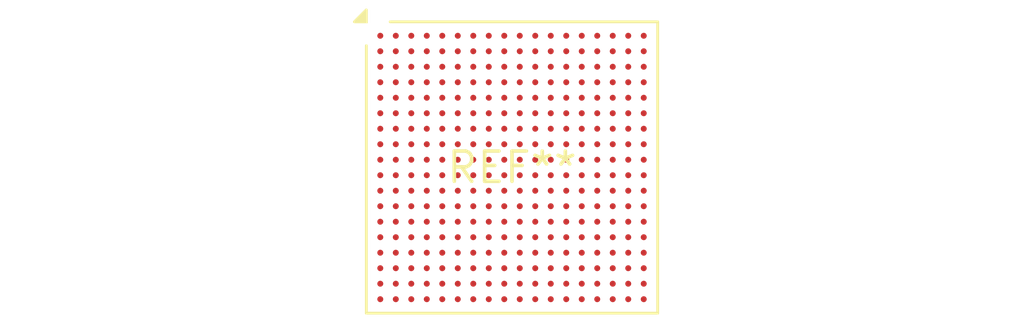
<source format=kicad_pcb>
(kicad_pcb (version 20240108) (generator pcbnew)
  (layers (0 "F.Cu" signal) (31 "B.Cu" signal) (34 "B.Paste" user) (35 "F.Paste" user) (36 "B.SilkS" user "B.Silkscreen") (37 "F.SilkS" user "F.Silkscreen") (38 "B.Mask" user) (39 "F.Mask" user) (44 "Edge.Cuts" user))
  (net 0 "")
  (footprint "TFBGA-324_12x12mm_Layout18x18_P0.8mm" (layer "F.Cu") (at 0 0)
    (property "Reference" "REF**")
    (property "Value" "TFBGA-324_12x12mm_Layout18x18_P0.8mm")
    (fp_line (start -6.11 6.11) (end -6.11 -5.11) (layer "F.SilkS") (stroke (width 0.12)))
    (fp_line (start -5.11 -6.11) (end 6.11 -6.11) (layer "F.SilkS") (stroke (width 0.12)))
    (fp_line (start 6.11 -6.11) (end 6.11 6.11) (layer "F.SilkS") (stroke (width 0.12)))
    (fp_line (start 6.11 6.11) (end -6.11 6.11) (layer "F.SilkS") (stroke (width 0.12)))
    (fp_poly (pts (xy -6.11 -6.11) (xy -6.61 -6.11) (xy -6.11 -6.61) (xy -6.11 -6.11)) (layer "F.SilkS") (stroke (width 0.12)) (fill solid))
    (pad "A1" smd circle (at -5.525 -5.525) (size 0.25 0.25) (property pad_prop_bga) (layers "F.Cu" "F.Paste" "F.Mask"))
    (pad "A2" smd circle (at -4.875 -5.525) (size 0.25 0.25) (property pad_prop_bga) (layers "F.Cu" "F.Paste" "F.Mask"))
    (pad "A3" smd circle (at -4.225 -5.525) (size 0.25 0.25) (property pad_prop_bga) (layers "F.Cu" "F.Paste" "F.Mask"))
    (pad "A4" smd circle (at -3.575 -5.525) (size 0.25 0.25) (property pad_prop_bga) (layers "F.Cu" "F.Paste" "F.Mask"))
    (pad "A5" smd circle (at -2.925 -5.525) (size 0.25 0.25) (property pad_prop_bga) (layers "F.Cu" "F.Paste" "F.Mask"))
    (pad "A6" smd circle (at -2.275 -5.525) (size 0.25 0.25) (property pad_prop_bga) (layers "F.Cu" "F.Paste" "F.Mask"))
    (pad "A7" smd circle (at -1.625 -5.525) (size 0.25 0.25) (property pad_prop_bga) (layers "F.Cu" "F.Paste" "F.Mask"))
    (pad "A8" smd circle (at -0.975 -5.525) (size 0.25 0.25) (property pad_prop_bga) (layers "F.Cu" "F.Paste" "F.Mask"))
    (pad "A9" smd circle (at -0.325 -5.525) (size 0.25 0.25) (property pad_prop_bga) (layers "F.Cu" "F.Paste" "F.Mask"))
    (pad "A10" smd circle (at 0.325 -5.525) (size 0.25 0.25) (property pad_prop_bga) (layers "F.Cu" "F.Paste" "F.Mask"))
    (pad "A11" smd circle (at 0.975 -5.525) (size 0.25 0.25) (property pad_prop_bga) (layers "F.Cu" "F.Paste" "F.Mask"))
    (pad "A12" smd circle (at 1.625 -5.525) (size 0.25 0.25) (property pad_prop_bga) (layers "F.Cu" "F.Paste" "F.Mask"))
    (pad "A13" smd circle (at 2.275 -5.525) (size 0.25 0.25) (property pad_prop_bga) (layers "F.Cu" "F.Paste" "F.Mask"))
    (pad "A14" smd circle (at 2.925 -5.525) (size 0.25 0.25) (property pad_prop_bga) (layers "F.Cu" "F.Paste" "F.Mask"))
    (pad "A15" smd circle (at 3.575 -5.525) (size 0.25 0.25) (property pad_prop_bga) (layers "F.Cu" "F.Paste" "F.Mask"))
    (pad "A16" smd circle (at 4.225 -5.525) (size 0.25 0.25) (property pad_prop_bga) (layers "F.Cu" "F.Paste" "F.Mask"))
    (pad "A17" smd circle (at 4.875 -5.525) (size 0.25 0.25) (property pad_prop_bga) (layers "F.Cu" "F.Paste" "F.Mask"))
    (pad "A18" smd circle (at 5.525 -5.525) (size 0.25 0.25) (property pad_prop_bga) (layers "F.Cu" "F.Paste" "F.Mask"))
    (pad "B1" smd circle (at -5.525 -4.875) (size 0.25 0.25) (property pad_prop_bga) (layers "F.Cu" "F.Paste" "F.Mask"))
    (pad "B2" smd circle (at -4.875 -4.875) (size 0.25 0.25) (property pad_prop_bga) (layers "F.Cu" "F.Paste" "F.Mask"))
    (pad "B3" smd circle (at -4.225 -4.875) (size 0.25 0.25) (property pad_prop_bga) (layers "F.Cu" "F.Paste" "F.Mask"))
    (pad "B4" smd circle (at -3.575 -4.875) (size 0.25 0.25) (property pad_prop_bga) (layers "F.Cu" "F.Paste" "F.Mask"))
    (pad "B5" smd circle (at -2.925 -4.875) (size 0.25 0.25) (property pad_prop_bga) (layers "F.Cu" "F.Paste" "F.Mask"))
    (pad "B6" smd circle (at -2.275 -4.875) (size 0.25 0.25) (property pad_prop_bga) (layers "F.Cu" "F.Paste" "F.Mask"))
    (pad "B7" smd circle (at -1.625 -4.875) (size 0.25 0.25) (property pad_prop_bga) (layers "F.Cu" "F.Paste" "F.Mask"))
    (pad "B8" smd circle (at -0.975 -4.875) (size 0.25 0.25) (property pad_prop_bga) (layers "F.Cu" "F.Paste" "F.Mask"))
    (pad "B9" smd circle (at -0.325 -4.875) (size 0.25 0.25) (property pad_prop_bga) (layers "F.Cu" "F.Paste" "F.Mask"))
    (pad "B10" smd circle (at 0.325 -4.875) (size 0.25 0.25) (property pad_prop_bga) (layers "F.Cu" "F.Paste" "F.Mask"))
    (pad "B11" smd circle (at 0.975 -4.875) (size 0.25 0.25) (property pad_prop_bga) (layers "F.Cu" "F.Paste" "F.Mask"))
    (pad "B12" smd circle (at 1.625 -4.875) (size 0.25 0.25) (property pad_prop_bga) (layers "F.Cu" "F.Paste" "F.Mask"))
    (pad "B13" smd circle (at 2.275 -4.875) (size 0.25 0.25) (property pad_prop_bga) (layers "F.Cu" "F.Paste" "F.Mask"))
    (pad "B14" smd circle (at 2.925 -4.875) (size 0.25 0.25) (property pad_prop_bga) (layers "F.Cu" "F.Paste" "F.Mask"))
    (pad "B15" smd circle (at 3.575 -4.875) (size 0.25 0.25) (property pad_prop_bga) (layers "F.Cu" "F.Paste" "F.Mask"))
    (pad "B16" smd circle (at 4.225 -4.875) (size 0.25 0.25) (property pad_prop_bga) (layers "F.Cu" "F.Paste" "F.Mask"))
    (pad "B17" smd circle (at 4.875 -4.875) (size 0.25 0.25) (property pad_prop_bga) (layers "F.Cu" "F.Paste" "F.Mask"))
    (pad "B18" smd circle (at 5.525 -4.875) (size 0.25 0.25) (property pad_prop_bga) (layers "F.Cu" "F.Paste" "F.Mask"))
    (pad "C1" smd circle (at -5.525 -4.225) (size 0.25 0.25) (property pad_prop_bga) (layers "F.Cu" "F.Paste" "F.Mask"))
    (pad "C2" smd circle (at -4.875 -4.225) (size 0.25 0.25) (property pad_prop_bga) (layers "F.Cu" "F.Paste" "F.Mask"))
    (pad "C3" smd circle (at -4.225 -4.225) (size 0.25 0.25) (property pad_prop_bga) (layers "F.Cu" "F.Paste" "F.Mask"))
    (pad "C4" smd circle (at -3.575 -4.225) (size 0.25 0.25) (property pad_prop_bga) (layers "F.Cu" "F.Paste" "F.Mask"))
    (pad "C5" smd circle (at -2.925 -4.225) (size 0.25 0.25) (property pad_prop_bga) (layers "F.Cu" "F.Paste" "F.Mask"))
    (pad "C6" smd circle (at -2.275 -4.225) (size 0.25 0.25) (property pad_prop_bga) (layers "F.Cu" "F.Paste" "F.Mask"))
    (pad "C7" smd circle (at -1.625 -4.225) (size 0.25 0.25) (property pad_prop_bga) (layers "F.Cu" "F.Paste" "F.Mask"))
    (pad "C8" smd circle (at -0.975 -4.225) (size 0.25 0.25) (property pad_prop_bga) (layers "F.Cu" "F.Paste" "F.Mask"))
    (pad "C9" smd circle (at -0.325 -4.225) (size 0.25 0.25) (property pad_prop_bga) (layers "F.Cu" "F.Paste" "F.Mask"))
    (pad "C10" smd circle (at 0.325 -4.225) (size 0.25 0.25) (property pad_prop_bga) (layers "F.Cu" "F.Paste" "F.Mask"))
    (pad "C11" smd circle (at 0.975 -4.225) (size 0.25 0.25) (property pad_prop_bga) (layers "F.Cu" "F.Paste" "F.Mask"))
    (pad "C12" smd circle (at 1.625 -4.225) (size 0.25 0.25) (property pad_prop_bga) (layers "F.Cu" "F.Paste" "F.Mask"))
    (pad "C13" smd circle (at 2.275 -4.225) (size 0.25 0.25) (property pad_prop_bga) (layers "F.Cu" "F.Paste" "F.Mask"))
    (pad "C14" smd circle (at 2.925 -4.225) (size 0.25 0.25) (property pad_prop_bga) (layers "F.Cu" "F.Paste" "F.Mask"))
    (pad "C15" smd circle (at 3.575 -4.225) (size 0.25 0.25) (property pad_prop_bga) (layers "F.Cu" "F.Paste" "F.Mask"))
    (pad "C16" smd circle (at 4.225 -4.225) (size 0.25 0.25) (property pad_prop_bga) (layers "F.Cu" "F.Paste" "F.Mask"))
    (pad "C17" smd circle (at 4.875 -4.225) (size 0.25 0.25) (property pad_prop_bga) (layers "F.Cu" "F.Paste" "F.Mask"))
    (pad "C18" smd circle (at 5.525 -4.225) (size 0.25 0.25) (property pad_prop_bga) (layers "F.Cu" "F.Paste" "F.Mask"))
    (pad "D1" smd circle (at -5.525 -3.575) (size 0.25 0.25) (property pad_prop_bga) (layers "F.Cu" "F.Paste" "F.Mask"))
    (pad "D2" smd circle (at -4.875 -3.575) (size 0.25 0.25) (property pad_prop_bga) (layers "F.Cu" "F.Paste" "F.Mask"))
    (pad "D3" smd circle (at -4.225 -3.575) (size 0.25 0.25) (property pad_prop_bga) (layers "F.Cu" "F.Paste" "F.Mask"))
    (pad "D4" smd circle (at -3.575 -3.575) (size 0.25 0.25) (property pad_prop_bga) (layers "F.Cu" "F.Paste" "F.Mask"))
    (pad "D5" smd circle (at -2.925 -3.575) (size 0.25 0.25) (property pad_prop_bga) (layers "F.Cu" "F.Paste" "F.Mask"))
    (pad "D6" smd circle (at -2.275 -3.575) (size 0.25 0.25) (property pad_prop_bga) (layers "F.Cu" "F.Paste" "F.Mask"))
    (pad "D7" smd circle (at -1.625 -3.575) (size 0.25 0.25) (property pad_prop_bga) (layers "F.Cu" "F.Paste" "F.Mask"))
    (pad "D8" smd circle (at -0.975 -3.575) (size 0.25 0.25) (property pad_prop_bga) (layers "F.Cu" "F.Paste" "F.Mask"))
    (pad "D9" smd circle (at -0.325 -3.575) (size 0.25 0.25) (property pad_prop_bga) (layers "F.Cu" "F.Paste" "F.Mask"))
    (pad "D10" smd circle (at 0.325 -3.575) (size 0.25 0.25) (property pad_prop_bga) (layers "F.Cu" "F.Paste" "F.Mask"))
    (pad "D11" smd circle (at 0.975 -3.575) (size 0.25 0.25) (property pad_prop_bga) (layers "F.Cu" "F.Paste" "F.Mask"))
    (pad "D12" smd circle (at 1.625 -3.575) (size 0.25 0.25) (property pad_prop_bga) (layers "F.Cu" "F.Paste" "F.Mask"))
    (pad "D13" smd circle (at 2.275 -3.575) (size 0.25 0.25) (property pad_prop_bga) (layers "F.Cu" "F.Paste" "F.Mask"))
    (pad "D14" smd circle (at 2.925 -3.575) (size 0.25 0.25) (property pad_prop_bga) (layers "F.Cu" "F.Paste" "F.Mask"))
    (pad "D15" smd circle (at 3.575 -3.575) (size 0.25 0.25) (property pad_prop_bga) (layers "F.Cu" "F.Paste" "F.Mask"))
    (pad "D16" smd circle (at 4.225 -3.575) (size 0.25 0.25) (property pad_prop_bga) (layers "F.Cu" "F.Paste" "F.Mask"))
    (pad "D17" smd circle (at 4.875 -3.575) (size 0.25 0.25) (property pad_prop_bga) (layers "F.Cu" "F.Paste" "F.Mask"))
    (pad "D18" smd circle (at 5.525 -3.575) (size 0.25 0.25) (property pad_prop_bga) (layers "F.Cu" "F.Paste" "F.Mask"))
    (pad "E1" smd circle (at -5.525 -2.925) (size 0.25 0.25) (property pad_prop_bga) (layers "F.Cu" "F.Paste" "F.Mask"))
    (pad "E2" smd circle (at -4.875 -2.925) (size 0.25 0.25) (property pad_prop_bga) (layers "F.Cu" "F.Paste" "F.Mask"))
    (pad "E3" smd circle (at -4.225 -2.925) (size 0.25 0.25) (property pad_prop_bga) (layers "F.Cu" "F.Paste" "F.Mask"))
    (pad "E4" smd circle (at -3.575 -2.925) (size 0.25 0.25) (property pad_prop_bga) (layers "F.Cu" "F.Paste" "F.Mask"))
    (pad "E5" smd circle (at -2.925 -2.925) (size 0.25 0.25) (property pad_prop_bga) (layers "F.Cu" "F.Paste" "F.Mask"))
    (pad "E6" smd circle (at -2.275 -2.925) (size 0.25 0.25) (property pad_prop_bga) (layers "F.Cu" "F.Paste" "F.Mask"))
    (pad "E7" smd circle (at -1.625 -2.925) (size 0.25 0.25) (property pad_prop_bga) (layers "F.Cu" "F.Paste" "F.Mask"))
    (pad "E8" smd circle (at -0.975 -2.925) (size 0.25 0.25) (property pad_prop_bga) (layers "F.Cu" "F.Paste" "F.Mask"))
    (pad "E9" smd circle (at -0.325 -2.925) (size 0.25 0.25) (property pad_prop_bga) (layers "F.Cu" "F.Paste" "F.Mask"))
    (pad "E10" smd circle (at 0.325 -2.925) (size 0.25 0.25) (property pad_prop_bga) (layers "F.Cu" "F.Paste" "F.Mask"))
    (pad "E11" smd circle (at 0.975 -2.925) (size 0.25 0.25) (property pad_prop_bga) (layers "F.Cu" "F.Paste" "F.Mask"))
    (pad "E12" smd circle (at 1.625 -2.925) (size 0.25 0.25) (property pad_prop_bga) (layers "F.Cu" "F.Paste" "F.Mask"))
    (pad "E13" smd circle (at 2.275 -2.925) (size 0.25 0.25) (property pad_prop_bga) (layers "F.Cu" "F.Paste" "F.Mask"))
    (pad "E14" smd circle (at 2.925 -2.925) (size 0.25 0.25) (property pad_prop_bga) (layers "F.Cu" "F.Paste" "F.Mask"))
    (pad "E15" smd circle (at 3.575 -2.925) (size 0.25 0.25) (property pad_prop_bga) (layers "F.Cu" "F.Paste" "F.Mask"))
    (pad "E16" smd circle (at 4.225 -2.925) (size 0.25 0.25) (property pad_prop_bga) (layers "F.Cu" "F.Paste" "F.Mask"))
    (pad "E17" smd circle (at 4.875 -2.925) (size 0.25 0.25) (property pad_prop_bga) (layers "F.Cu" "F.Paste" "F.Mask"))
    (pad "E18" smd circle (at 5.525 -2.925) (size 0.25 0.25) (property pad_prop_bga) (layers "F.Cu" "F.Paste" "F.Mask"))
    (pad "F1" smd circle (at -5.525 -2.275) (size 0.25 0.25) (property pad_prop_bga) (layers "F.Cu" "F.Paste" "F.Mask"))
    (pad "F2" smd circle (at -4.875 -2.275) (size 0.25 0.25) (property pad_prop_bga) (layers "F.Cu" "F.Paste" "F.Mask"))
    (pad "F3" smd circle (at -4.225 -2.275) (size 0.25 0.25) (property pad_prop_bga) (layers "F.Cu" "F.Paste" "F.Mask"))
    (pad "F4" smd circle (at -3.575 -2.275) (size 0.25 0.25) (property pad_prop_bga) (layers "F.Cu" "F.Paste" "F.Mask"))
    (pad "F5" smd circle (at -2.925 -2.275) (size 0.25 0.25) (property pad_prop_bga) (layers "F.Cu" "F.Paste" "F.Mask"))
    (pad "F6" smd circle (at -2.275 -2.275) (size 0.25 0.25) (property pad_prop_bga) (layers "F.Cu" "F.Paste" "F.Mask"))
    (pad "F7" smd circle (at -1.625 -2.275) (size 0.25 0.25) (property pad_prop_bga) (layers "F.Cu" "F.Paste" "F.Mask"))
    (pad "F8" smd circle (at -0.975 -2.275) (size 0.25 0.25) (property pad_prop_bga) (layers "F.Cu" "F.Paste" "F.Mask"))
    (pad "F9" smd circle (at -0.325 -2.275) (size 0.25 0.25) (property pad_prop_bga) (layers "F.Cu" "F.Paste" "F.Mask"))
    (pad "F10" smd circle (at 0.325 -2.275) (size 0.25 0.25) (property pad_prop_bga) (layers "F.Cu" "F.Paste" "F.Mask"))
    (pad "F11" smd circle (at 0.975 -2.275) (size 0.25 0.25) (property pad_prop_bga) (layers "F.Cu" "F.Paste" "F.Mask"))
    (pad "F12" smd circle (at 1.625 -2.275) (size 0.25 0.25) (property pad_prop_bga) (layers "F.Cu" "F.Paste" "F.Mask"))
    (pad "F13" smd circle (at 2.275 -2.275) (size 0.25 0.25) (property pad_prop_bga) (layers "F.Cu" "F.Paste" "F.Mask"))
    (pad "F14" smd circle (at 2.925 -2.275) (size 0.25 0.25) (property pad_prop_bga) (layers "F.Cu" "F.Paste" "F.Mask"))
    (pad "F15" smd circle (at 3.575 -2.275) (size 0.25 0.25) (property pad_prop_bga) (layers "F.Cu" "F.Paste" "F.Mask"))
    (pad "F16" smd circle (at 4.225 -2.275) (size 0.25 0.25) (property pad_prop_bga) (layers "F.Cu" "F.Paste" "F.Mask"))
    (pad "F17" smd circle (at 4.875 -2.275) (size 0.25 0.25) (property pad_prop_bga) (layers "F.Cu" "F.Paste" "F.Mask"))
    (pad "F18" smd circle (at 5.525 -2.275) (size 0.25 0.25) (property pad_prop_bga) (layers "F.Cu" "F.Paste" "F.Mask"))
    (pad "G1" smd circle (at -5.525 -1.625) (size 0.25 0.25) (property pad_prop_bga) (layers "F.Cu" "F.Paste" "F.Mask"))
    (pad "G2" smd circle (at -4.875 -1.625) (size 0.25 0.25) (property pad_prop_bga) (layers "F.Cu" "F.Paste" "F.Mask"))
    (pad "G3" smd circle (at -4.225 -1.625) (size 0.25 0.25) (property pad_prop_bga) (layers "F.Cu" "F.Paste" "F.Mask"))
    (pad "G4" smd circle (at -3.575 -1.625) (size 0.25 0.25) (property pad_prop_bga) (layers "F.Cu" "F.Paste" "F.Mask"))
    (pad "G5" smd circle (at -2.925 -1.625) (size 0.25 0.25) (property pad_prop_bga) (layers "F.Cu" "F.Paste" "F.Mask"))
    (pad "G6" smd circle (at -2.275 -1.625) (size 0.25 0.25) (property pad_prop_bga) (layers "F.Cu" "F.Paste" "F.Mask"))
    (pad "G7" smd circle (at -1.625 -1.625) (size 0.25 0.25) (property pad_prop_bga) (layers "F.Cu" "F.Paste" "F.Mask"))
    (pad "G8" smd circle (at -0.975 -1.625) (size 0.25 0.25) (property pad_prop_bga) (layers "F.Cu" "F.Paste" "F.Mask"))
    (pad "G9" smd circle (at -0.325 -1.625) (size 0.25 0.25) (property pad_prop_bga) (layers "F.Cu" "F.Paste" "F.Mask"))
    (pad "G10" smd circle (at 0.325 -1.625) (size 0.25 0.25) (property pad_prop_bga) (layers "F.Cu" "F.Paste" "F.Mask"))
    (pad "G11" smd circle (at 0.975 -1.625) (size 0.25 0.25) (property pad_prop_bga) (layers "F.Cu" "F.Paste" "F.Mask"))
    (pad "G12" smd circle (at 1.625 -1.625) (size 0.25 0.25) (property pad_prop_bga) (layers "F.Cu" "F.Paste" "F.Mask"))
    (pad "G13" smd circle (at 2.275 -1.625) (size 0.25 0.25) (property pad_prop_bga) (layers "F.Cu" "F.Paste" "F.Mask"))
    (pad "G14" smd circle (at 2.925 -1.625) (size 0.25 0.25) (property pad_prop_bga) (layers "F.Cu" "F.Paste" "F.Mask"))
    (pad "G15" smd circle (at 3.575 -1.625) (size 0.25 0.25) (property pad_prop_bga) (layers "F.Cu" "F.Paste" "F.Mask"))
    (pad "G16" smd circle (at 4.225 -1.625) (size 0.25 0.25) (property pad_prop_bga) (layers "F.Cu" "F.Paste" "F.Mask"))
    (pad "G17" smd circle (at 4.875 -1.625) (size 0.25 0.25) (property pad_prop_bga) (layers "F.Cu" "F.Paste" "F.Mask"))
    (pad "G18" smd circle (at 5.525 -1.625) (size 0.25 0.25) (property pad_prop_bga) (layers "F.Cu" "F.Paste" "F.Mask"))
    (pad "H1" smd circle (at -5.525 -0.975) (size 0.25 0.25) (property pad_prop_bga) (layers "F.Cu" "F.Paste" "F.Mask"))
    (pad "H2" smd circle (at -4.875 -0.975) (size 0.25 0.25) (property pad_prop_bga) (layers "F.Cu" "F.Paste" "F.Mask"))
    (pad "H3" smd circle (at -4.225 -0.975) (size 0.25 0.25) (property pad_prop_bga) (layers "F.Cu" "F.Paste" "F.Mask"))
    (pad "H4" smd circle (at -3.575 -0.975) (size 0.25 0.25) (property pad_prop_bga) (layers "F.Cu" "F.Paste" "F.Mask"))
    (pad "H5" smd circle (at -2.925 -0.975) (size 0.25 0.25) (property pad_prop_bga) (layers "F.Cu" "F.Paste" "F.Mask"))
    (pad "H6" smd circle (at -2.275 -0.975) (size 0.25 0.25) (property pad_prop_bga) (layers "F.Cu" "F.Paste" "F.Mask"))
    (pad "H7" smd circle (at -1.625 -0.975) (size 0.25 0.25) (property pad_prop_bga) (layers "F.Cu" "F.Paste" "F.Mask"))
    (pad "H8" smd circle (at -0.975 -0.975) (size 0.25 0.25) (property pad_prop_bga) (layers "F.Cu" "F.Paste" "F.Mask"))
    (pad "H9" smd circle (at -0.325 -0.975) (size 0.25 0.25) (property pad_prop_bga) (layers "F.Cu" "F.Paste" "F.Mask"))
    (pad "H10" smd circle (at 0.325 -0.975) (size 0.25 0.25) (property pad_prop_bga) (layers "F.Cu" "F.Paste" "F.Mask"))
    (pad "H11" smd circle (at 0.975 -0.975) (size 0.25 0.25) (property pad_prop_bga) (layers "F.Cu" "F.Paste" "F.Mask"))
    (pad "H12" smd circle (at 1.625 -0.975) (size 0.25 0.25) (property pad_prop_bga) (layers "F.Cu" "F.Paste" "F.Mask"))
    (pad "H13" smd circle (at 2.275 -0.975) (size 0.25 0.25) (property pad_prop_bga) (layers "F.Cu" "F.Paste" "F.Mask"))
    (pad "H14" smd circle (at 2.925 -0.975) (size 0.25 0.25) (property pad_prop_bga) (layers "F.Cu" "F.Paste" "F.Mask"))
    (pad "H15" smd circle (at 3.575 -0.975) (size 0.25 0.25) (property pad_prop_bga) (layers "F.Cu" "F.Paste" "F.Mask"))
    (pad "H16" smd circle (at 4.225 -0.975) (size 0.25 0.25) (property pad_prop_bga) (layers "F.Cu" "F.Paste" "F.Mask"))
    (pad "H17" smd circle (at 4.875 -0.975) (size 0.25 0.25) (property pad_prop_bga) (layers "F.Cu" "F.Paste" "F.Mask"))
    (pad "H18" smd circle (at 5.525 -0.975) (size 0.25 0.25) (property pad_prop_bga) (layers "F.Cu" "F.Paste" "F.Mask"))
    (pad "J1" smd circle (at -5.525 -0.325) (size 0.25 0.25) (property pad_prop_bga) (layers "F.Cu" "F.Paste" "F.Mask"))
    (pad "J2" smd circle (at -4.875 -0.325) (size 0.25 0.25) (property pad_prop_bga) (layers "F.Cu" "F.Paste" "F.Mask"))
    (pad "J3" smd circle (at -4.225 -0.325) (size 0.25 0.25) (property pad_prop_bga) (layers "F.Cu" "F.Paste" "F.Mask"))
    (pad "J4" smd circle (at -3.575 -0.325) (size 0.25 0.25) (property pad_prop_bga) (layers "F.Cu" "F.Paste" "F.Mask"))
    (pad "J5" smd circle (at -2.925 -0.325) (size 0.25 0.25) (property pad_prop_bga) (layers "F.Cu" "F.Paste" "F.Mask"))
    (pad "J6" smd circle (at -2.275 -0.325) (size 0.25 0.25) (property pad_prop_bga) (layers "F.Cu" "F.Paste" "F.Mask"))
    (pad "J7" smd circle (at -1.625 -0.325) (size 0.25 0.25) (property pad_prop_bga) (layers "F.Cu" "F.Paste" "F.Mask"))
    (pad "J8" smd circle (at -0.975 -0.325) (size 0.25 0.25) (property pad_prop_bga) (layers "F.Cu" "F.Paste" "F.Mask"))
    (pad "J9" smd circle (at -0.325 -0.325) (size 0.25 0.25) (property pad_prop_bga) (layers "F.Cu" "F.Paste" "F.Mask"))
    (pad "J10" smd circle (at 0.325 -0.325) (size 0.25 0.25) (property pad_prop_bga) (layers "F.Cu" "F.Paste" "F.Mask"))
    (pad "J11" smd circle (at 0.975 -0.325) (size 0.25 0.25) (property pad_prop_bga) (layers "F.Cu" "F.Paste" "F.Mask"))
    (pad "J12" smd circle (at 1.625 -0.325) (size 0.25 0.25) (property pad_prop_bga) (layers "F.Cu" "F.Paste" "F.Mask"))
    (pad "J13" smd circle (at 2.275 -0.325) (size 0.25 0.25) (property pad_prop_bga) (layers "F.Cu" "F.Paste" "F.Mask"))
    (pad "J14" smd circle (at 2.925 -0.325) (size 0.25 0.25) (property pad_prop_bga) (layers "F.Cu" "F.Paste" "F.Mask"))
    (pad "J15" smd circle (at 3.575 -0.325) (size 0.25 0.25) (property pad_prop_bga) (layers "F.Cu" "F.Paste" "F.Mask"))
    (pad "J16" smd circle (at 4.225 -0.325) (size 0.25 0.25) (property pad_prop_bga) (layers "F.Cu" "F.Paste" "F.Mask"))
    (pad "J17" smd circle (at 4.875 -0.325) (size 0.25 0.25) (property pad_prop_bga) (layers "F.Cu" "F.Paste" "F.Mask"))
    (pad "J18" smd circle (at 5.525 -0.325) (size 0.25 0.25) (property pad_prop_bga) (layers "F.Cu" "F.Paste" "F.Mask"))
    (pad "K1" smd circle (at -5.525 0.325) (size 0.25 0.25) (property pad_prop_bga) (layers "F.Cu" "F.Paste" "F.Mask"))
    (pad "K2" smd circle (at -4.875 0.325) (size 0.25 0.25) (property pad_prop_bga) (layers "F.Cu" "F.Paste" "F.Mask"))
    (pad "K3" smd circle (at -4.225 0.325) (size 0.25 0.25) (property pad_prop_bga) (layers "F.Cu" "F.Paste" "F.Mask"))
    (pad "K4" smd circle (at -3.575 0.325) (size 0.25 0.25) (property pad_prop_bga) (layers "F.Cu" "F.Paste" "F.Mask"))
    (pad "K5" smd circle (at -2.925 0.325) (size 0.25 0.25) (property pad_prop_bga) (layers "F.Cu" "F.Paste" "F.Mask"))
    (pad "K6" smd circle (at -2.275 0.325) (size 0.25 0.25) (property pad_prop_bga) (layers "F.Cu" "F.Paste" "F.Mask"))
    (pad "K7" smd circle (at -1.625 0.325) (size 0.25 0.25) (property pad_prop_bga) (layers "F.Cu" "F.Paste" "F.Mask"))
    (pad "K8" smd circle (at -0.975 0.325) (size 0.25 0.25) (property pad_prop_bga) (layers "F.Cu" "F.Paste" "F.Mask"))
    (pad "K9" smd circle (at -0.325 0.325) (size 0.25 0.25) (property pad_prop_bga) (layers "F.Cu" "F.Paste" "F.Mask"))
    (pad "K10" smd circle (at 0.325 0.325) (size 0.25 0.25) (property pad_prop_bga) (layers "F.Cu" "F.Paste" "F.Mask"))
    (pad "K11" smd circle (at 0.975 0.325) (size 0.25 0.25) (property pad_prop_bga) (layers "F.Cu" "F.Paste" "F.Mask"))
    (pad "K12" smd circle (at 1.625 0.325) (size 0.25 0.25) (property pad_prop_bga) (layers "F.Cu" "F.Paste" "F.Mask"))
    (pad "K13" smd circle (at 2.275 0.325) (size 0.25 0.25) (property pad_prop_bga) (layers "F.Cu" "F.Paste" "F.Mask"))
    (pad "K14" smd circle (at 2.925 0.325) (size 0.25 0.25) (property pad_prop_bga) (layers "F.Cu" "F.Paste" "F.Mask"))
    (pad "K15" smd circle (at 3.575 0.325) (size 0.25 0.25) (property pad_prop_bga) (layers "F.Cu" "F.Paste" "F.Mask"))
    (pad "K16" smd circle (at 4.225 0.325) (size 0.25 0.25) (property pad_prop_bga) (layers "F.Cu" "F.Paste" "F.Mask"))
    (pad "K17" smd circle (at 4.875 0.325) (size 0.25 0.25) (property pad_prop_bga) (layers "F.Cu" "F.Paste" "F.Mask"))
    (pad "K18" smd circle (at 5.525 0.325) (size 0.25 0.25) (property pad_prop_bga) (layers "F.Cu" "F.Paste" "F.Mask"))
    (pad "L1" smd circle (at -5.525 0.975) (size 0.25 0.25) (property pad_prop_bga) (layers "F.Cu" "F.Paste" "F.Mask"))
    (pad "L2" smd circle (at -4.875 0.975) (size 0.25 0.25) (property pad_prop_bga) (layers "F.Cu" "F.Paste" "F.Mask"))
    (pad "L3" smd circle (at -4.225 0.975) (size 0.25 0.25) (property pad_prop_bga) (layers "F.Cu" "F.Paste" "F.Mask"))
    (pad "L4" smd circle (at -3.575 0.975) (size 0.25 0.25) (property pad_prop_bga) (layers "F.Cu" "F.Paste" "F.Mask"))
    (pad "L5" smd circle (at -2.925 0.975) (size 0.25 0.25) (property pad_prop_bga) (layers "F.Cu" "F.Paste" "F.Mask"))
    (pad "L6" smd circle (at -2.275 0.975) (size 0.25 0.25) (property pad_prop_bga) (layers "F.Cu" "F.Paste" "F.Mask"))
    (pad "L7" smd circle (at -1.625 0.975) (size 0.25 0.25) (property pad_prop_bga) (layers "F.Cu" "F.Paste" "F.Mask"))
    (pad "L8" smd circle (at -0.975 0.975) (size 0.25 0.25) (property pad_prop_bga) (layers "F.Cu" "F.Paste" "F.Mask"))
    (pad "L9" smd circle (at -0.325 0.975) (size 0.25 0.25) (property pad_prop_bga) (layers "F.Cu" "F.Paste" "F.Mask"))
    (pad "L10" smd circle (at 0.325 0.975) (size 0.25 0.25) (property pad_prop_bga) (layers "F.Cu" "F.Paste" "F.Mask"))
    (pad "L11" smd circle (at 0.975 0.975) (size 0.25 0.25) (property pad_prop_bga) (layers "F.Cu" "F.Paste" "F.Mask"))
    (pad "L12" smd circle (at 1.625 0.975) (size 0.25 0.25) (property pad_prop_bga) (layers "F.Cu" "F.Paste" "F.Mask"))
    (pad "L13" smd circle (at 2.275 0.975) (size 0.25 0.25) (property pad_prop_bga) (layers "F.Cu" "F.Paste" "F.Mask"))
    (pad "L14" smd circle (at 2.925 0.975) (size 0.25 0.25) (property pad_prop_bga) (layers "F.Cu" "F.Paste" "F.Mask"))
    (pad "L15" smd circle (at 3.575 0.975) (size 0.25 0.25) (property pad_prop_bga) (layers "F.Cu" "F.Paste" "F.Mask"))
    (pad "L16" smd circle (at 4.225 0.975) (size 0.25 0.25) (property pad_prop_bga) (layers "F.Cu" "F.Paste" "F.Mask"))
    (pad "L17" smd circle (at 4.875 0.975) (size 0.25 0.25) (property pad_prop_bga) (layers "F.Cu" "F.Paste" "F.Mask"))
    (pad "L18" smd circle (at 5.525 0.975) (size 0.25 0.25) (property pad_prop_bga) (layers "F.Cu" "F.Paste" "F.Mask"))
    (pad "M1" smd circle (at -5.525 1.625) (size 0.25 0.25) (property pad_prop_bga) (layers "F.Cu" "F.Paste" "F.Mask"))
    (pad "M2" smd circle (at -4.875 1.625) (size 0.25 0.25) (property pad_prop_bga) (layers "F.Cu" "F.Paste" "F.Mask"))
    (pad "M3" smd circle (at -4.225 1.625) (size 0.25 0.25) (property pad_prop_bga) (layers "F.Cu" "F.Paste" "F.Mask"))
    (pad "M4" smd circle (at -3.575 1.625) (size 0.25 0.25) (property pad_prop_bga) (layers "F.Cu" "F.Paste" "F.Mask"))
    (pad "M5" smd circle (at -2.925 1.625) (size 0.25 0.25) (property pad_prop_bga) (layers "F.Cu" "F.Paste" "F.Mask"))
    (pad "M6" smd circle (at -2.275 1.625) (size 0.25 0.25) (property pad_prop_bga) (layers "F.Cu" "F.Paste" "F.Mask"))
    (pad "M7" smd circle (at -1.625 1.625) (size 0.25 0.25) (property pad_prop_bga) (layers "F.Cu" "F.Paste" "F.Mask"))
    (pad "M8" smd circle (at -0.975 1.625) (size 0.25 0.25) (property pad_prop_bga) (layers "F.Cu" "F.Paste" "F.Mask"))
    (pad "M9" smd circle (at -0.325 1.625) (size 0.25 0.25) (property pad_prop_bga) (layers "F.Cu" "F.Paste" "F.Mask"))
    (pad "M10" smd circle (at 0.325 1.625) (size 0.25 0.25) (property pad_prop_bga) (layers "F.Cu" "F.Paste" "F.Mask"))
    (pad "M11" smd circle (at 0.975 1.625) (size 0.25 0.25) (property pad_prop_bga) (layers "F.Cu" "F.Paste" "F.Mask"))
    (pad "M12" smd circle (at 1.625 1.625) (size 0.25 0.25) (property pad_prop_bga) (layers "F.Cu" "F.Paste" "F.Mask"))
    (pad "M13" smd circle (at 2.275 1.625) (size 0.25 0.25) (property pad_prop_bga) (layers "F.Cu" "F.Paste" "F.Mask"))
    (pad "M14" smd circle (at 2.925 1.625) (size 0.25 0.25) (property pad_prop_bga) (layers "F.Cu" "F.Paste" "F.Mask"))
    (pad "M15" smd circle (at 3.575 1.625) (size 0.25 0.25) (property pad_prop_bga) (layers "F.Cu" "F.Paste" "F.Mask"))
    (pad "M16" smd circle (at 4.225 1.625) (size 0.25 0.25) (property pad_prop_bga) (layers "F.Cu" "F.Paste" "F.Mask"))
    (pad "M17" smd circle (at 4.875 1.625) (size 0.25 0.25) (property pad_prop_bga) (layers "F.Cu" "F.Paste" "F.Mask"))
    (pad "M18" smd circle (at 5.525 1.625) (size 0.25 0.25) (property pad_prop_bga) (layers "F.Cu" "F.Paste" "F.Mask"))
    (pad "N1" smd circle (at -5.525 2.275) (size 0.25 0.25) (property pad_prop_bga) (layers "F.Cu" "F.Paste" "F.Mask"))
    (pad "N2" smd circle (at -4.875 2.275) (size 0.25 0.25) (property pad_prop_bga) (layers "F.Cu" "F.Paste" "F.Mask"))
    (pad "N3" smd circle (at -4.225 2.275) (size 0.25 0.25) (property pad_prop_bga) (layers "F.Cu" "F.Paste" "F.Mask"))
    (pad "N4" smd circle (at -3.575 2.275) (size 0.25 0.25) (property pad_prop_bga) (layers "F.Cu" "F.Paste" "F.Mask"))
    (pad "N5" smd circle (at -2.925 2.275) (size 0.25 0.25) (property pad_prop_bga) (layers "F.Cu" "F.Paste" "F.Mask"))
    (pad "N6" smd circle (at -2.275 2.275) (size 0.25 0.25) (property pad_prop_bga) (layers "F.Cu" "F.Paste" "F.Mask"))
    (pad "N7" smd circle (at -1.625 2.275) (size 0.25 0.25) (property pad_prop_bga) (layers "F.Cu" "F.Paste" "F.Mask"))
    (pad "N8" smd circle (at -0.975 2.275) (size 0.25 0.25) (property pad_prop_bga) (layers "F.Cu" "F.Paste" "F.Mask"))
    (pad "N9" smd circle (at -0.325 2.275) (size 0.25 0.25) (property pad_prop_bga) (layers "F.Cu" "F.Paste" "F.Mask"))
    (pad "N10" smd circle (at 0.325 2.275) (size 0.25 0.25) (property pad_prop_bga) (layers "F.Cu" "F.Paste" "F.Mask"))
    (pad "N11" smd circle (at 0.975 2.275) (size 0.25 0.25) (property pad_prop_bga) (layers "F.Cu" "F.Paste" "F.Mask"))
    (pad "N12" smd circle (at 1.625 2.275) (size 0.25 0.25) (property pad_prop_bga) (layers "F.Cu" "F.Paste" "F.Mask"))
    (pad "N13" smd circle (at 2.275 2.275) (size 0.25 0.25) (property pad_prop_bga) (layers "F.Cu" "F.Paste" "F.Mask"))
    (pad "N14" smd circle (at 2.925 2.275) (size 0.25 0.25) (property pad_prop_bga) (layers "F.Cu" "F.Paste" "F.Mask"))
    (pad "N15" smd circle (at 3.575 2.275) (size 0.25 0.25) (property pad_prop_bga) (layers "F.Cu" "F.Paste" "F.Mask"))
    (pad "N16" smd circle (at 4.225 2.275) (size 0.25 0.25) (property pad_prop_bga) (layers "F.Cu" "F.Paste" "F.Mask"))
    (pad "N17" smd circle (at 4.875 2.275) (size 0.25 0.25) (property pad_prop_bga) (layers "F.Cu" "F.Paste" "F.Mask"))
    (pad "N18" smd circle (at 5.525 2.275) (size 0.25 0.25) (property pad_prop_bga) (layers "F.Cu" "F.Paste" "F.Mask"))
    (pad "P1" smd circle (at -5.525 2.925) (size 0.25 0.25) (property pad_prop_bga) (layers "F.Cu" "F.Paste" "F.Mask"))
    (pad "P2" smd circle (at -4.875 2.925) (size 0.25 0.25) (property pad_prop_bga) (layers "F.Cu" "F.Paste" "F.Mask"))
    (pad "P3" smd circle (at -4.225 2.925) (size 0.25 0.25) (property pad_prop_bga) (layers "F.Cu" "F.Paste" "F.Mask"))
    (pad "P4" smd circle (at -3.575 2.925) (size 0.25 0.25) (property pad_prop_bga) (layers "F.Cu" "F.Paste" "F.Mask"))
    (pad "P5" smd circle (at -2.925 2.925) (size 0.25 0.25) (property pad_prop_bga) (layers "F.Cu" "F.Paste" "F.Mask"))
    (pad "P6" smd circle (at -2.275 2.925) (size 0.25 0.25) (property pad_prop_bga) (layers "F.Cu" "F.Paste" "F.Mask"))
    (pad "P7" smd circle (at -1.625 2.925) (size 0.25 0.25) (property pad_prop_bga) (layers "F.Cu" "F.Paste" "F.Mask"))
    (pad "P8" smd circle (at -0.975 2.925) (size 0.25 0.25) (property pad_prop_bga) (layers "F.Cu" "F.Paste" "F.Mask"))
    (pad "P9" smd circle (at -0.325 2.925) (size 0.25 0.25) (property pad_prop_bga) (layers "F.Cu" "F.Paste" "F.Mask"))
    (pad "P10" smd circle (at 0.325 2.925) (size 0.25 0.25) (property pad_prop_bga) (layers "F.Cu" "F.Paste" "F.Mask"))
    (pad "P11" smd circle (at 0.975 2.925) (size 0.25 0.25) (property pad_prop_bga) (layers "F.Cu" "F.Paste" "F.Mask"))
    (pad "P12" smd circle (at 1.625 2.925) (size 0.25 0.25) (property pad_prop_bga) (layers "F.Cu" "F.Paste" "F.Mask"))
    (pad "P13" smd circle (at 2.275 2.925) (size 0.25 0.25) (property pad_prop_bga) (layers "F.Cu" "F.Paste" "F.Mask"))
    (pad "P14" smd circle (at 2.925 2.925) (size 0.25 0.25) (property pad_prop_bga) (layers "F.Cu" "F.Paste" "F.Mask"))
    (pad "P15" smd circle (at 3.575 2.925) (size 0.25 0.25) (property pad_prop_bga) (layers "F.Cu" "F.Paste" "F.Mask"))
    (pad "P16" smd circle (at 4.225 2.925) (size 0.25 0.25) (property pad_prop_bga) (layers "F.Cu" "F.Paste" "F.Mask"))
    (pad "P17" smd circle (at 4.875 2.925) (size 0.25 0.25) (property pad_prop_bga) (layers "F.Cu" "F.Paste" "F.Mask"))
    (pad "P18" smd circle (at 5.525 2.925) (size 0.25 0.25) (property pad_prop_bga) (layers "F.Cu" "F.Paste" "F.Mask"))
    (pad "R1" smd circle (at -5.525 3.575) (size 0.25 0.25) (property pad_prop_bga) (layers "F.Cu" "F.Paste" "F.Mask"))
    (pad "R2" smd circle (at -4.875 3.575) (size 0.25 0.25) (property pad_prop_bga) (layers "F.Cu" "F.Paste" "F.Mask"))
    (pad "R3" smd circle (at -4.225 3.575) (size 0.25 0.25) (property pad_prop_bga) (layers "F.Cu" "F.Paste" "F.Mask"))
    (pad "R4" smd circle (at -3.575 3.575) (size 0.25 0.25) (property pad_prop_bga) (layers "F.Cu" "F.Paste" "F.Mask"))
    (pad "R5" smd circle (at -2.925 3.575) (size 0.25 0.25) (property pad_prop_bga) (layers "F.Cu" "F.Paste" "F.Mask"))
    (pad "R6" smd circle (at -2.275 3.575) (size 0.25 0.25) (property pad_prop_bga) (layers "F.Cu" "F.Paste" "F.Mask"))
    (pad "R7" smd circle (at -1.625 3.575) (size 0.25 0.25) (property pad_prop_bga) (layers "F.Cu" "F.Paste" "F.Mask"))
    (pad "R8" smd circle (at -0.975 3.575) (size 0.25 0.25) (property pad_prop_bga) (layers "F.Cu" "F.Paste" "F.Mask"))
    (pad "R9" smd circle (at -0.325 3.575) (size 0.25 0.25) (property pad_prop_bga) (layers "F.Cu" "F.Paste" "F.Mask"))
    (pad "R10" smd circle (at 0.325 3.575) (size 0.25 0.25) (property pad_prop_bga) (layers "F.Cu" "F.Paste" "F.Mask"))
    (pad "R11" smd circle (at 0.975 3.575) (size 0.25 0.25) (property pad_prop_bga) (layers "F.Cu" "F.Paste" "F.Mask"))
    (pad "R12" smd circle (at 1.625 3.575) (size 0.25 0.25) (property pad_prop_bga) (layers "F.Cu" "F.Paste" "F.Mask"))
    (pad "R13" smd circle (at 2.275 3.575) (size 0.25 0.25) (property pad_prop_bga) (layers "F.Cu" "F.Paste" "F.Mask"))
    (pad "R14" smd circle (at 2.925 3.575) (size 0.25 0.25) (property pad_prop_bga) (layers "F.Cu" "F.Paste" "F.Mask"))
    (pad "R15" smd circle (at 3.575 3.575) (size 0.25 0.25) (property pad_prop_bga) (layers "F.Cu" "F.Paste" "F.Mask"))
    (pad "R16" smd circle (at 4.225 3.575) (size 0.25 0.25) (property pad_prop_bga) (layers "F.Cu" "F.Paste" "F.Mask"))
    (pad "R17" smd circle (at 4.875 3.575) (size 0.25 0.25) (property pad_prop_bga) (layers "F.Cu" "F.Paste" "F.Mask"))
    (pad "R18" smd circle (at 5.525 3.575) (size 0.25 0.25) (property pad_prop_bga) (layers "F.Cu" "F.Paste" "F.Mask"))
    (pad "T1" smd circle (at -5.525 4.225) (size 0.25 0.25) (property pad_prop_bga) (layers "F.Cu" "F.Paste" "F.Mask"))
    (pad "T2" smd circle (at -4.875 4.225) (size 0.25 0.25) (property pad_prop_bga) (layers "F.Cu" "F.Paste" "F.Mask"))
    (pad "T3" smd circle (at -4.225 4.225) (size 0.25 0.25) (property pad_prop_bga) (layers "F.Cu" "F.Paste" "F.Mask"))
    (pad "T4" smd circle (at -3.575 4.225) (size 0.25 0.25) (property pad_prop_bga) (layers "F.Cu" "F.Paste" "F.Mask"))
    (pad "T5" smd circle (at -2.925 4.225) (size 0.25 0.25) (property pad_prop_bga) (layers "F.Cu" "F.Paste" "F.Mask"))
    (pad "T6" smd circle (at -2.275 4.225) (size 0.25 0.25) (property pad_prop_bga) (layers "F.Cu" "F.Paste" "F.Mask"))
    (pad "T7" smd circle (at -1.625 4.225) (size 0.25 0.25) (property pad_prop_bga) (layers "F.Cu" "F.Paste" "F.Mask"))
    (pad "T8" smd circle (at -0.975 4.225) (size 0.25 0.25) (property pad_prop_bga) (layers "F.Cu" "F.Paste" "F.Mask"))
    (pad "T9" smd circle (at -0.325 4.225) (size 0.25 0.25) (property pad_prop_bga) (layers "F.Cu" "F.Paste" "F.Mask"))
    (pad "T10" smd circle (at 0.325 4.225) (size 0.25 0.25) (property pad_prop_bga) (layers "F.Cu" "F.Paste" "F.Mask"))
    (pad "T11" smd circle (at 0.975 4.225) (size 0.25 0.25) (property pad_prop_bga) (layers "F.Cu" "F.Paste" "F.Mask"))
    (pad "T12" smd circle (at 1.625 4.225) (size 0.25 0.25) (property pad_prop_bga) (layers "F.Cu" "F.Paste" "F.Mask"))
    (pad "T13" smd circle (at 2.275 4.225) (size 0.25 0.25) (property pad_prop_bga) (layers "F.Cu" "F.Paste" "F.Mask"))
    (pad "T14" smd circle (at 2.925 4.225) (size 0.25 0.25) (property pad_prop_bga) (layers "F.Cu" "F.Paste" "F.Mask"))
    (pad "T15" smd circle (at 3.575 4.225) (size 0.25 0.25) (property pad_prop_bga) (layers "F.Cu" "F.Paste" "F.Mask"))
    (pad "T16" smd circle (at 4.225 4.225) (size 0.25 0.25) (property pad_prop_bga) (layers "F.Cu" "F.Paste" "F.Mask"))
    (pad "T17" smd circle (at 4.875 4.225) (size 0.25 0.25) (property pad_prop_bga) (layers "F.Cu" "F.Paste" "F.Mask"))
    (pad "T18" smd circle (at 5.525 4.225) (size 0.25 0.25) (property pad_prop_bga) (layers "F.Cu" "F.Paste" "F.Mask"))
    (pad "U1" smd circle (at -5.525 4.875) (size 0.25 0.25) (property pad_prop_bga) (layers "F.Cu" "F.Paste" "F.Mask"))
    (pad "U2" smd circle (at -4.875 4.875) (size 0.25 0.25) (property pad_prop_bga) (layers "F.Cu" "F.Paste" "F.Mask"))
    (pad "U3" smd circle (at -4.225 4.875) (size 0.25 0.25) (property pad_prop_bga) (layers "F.Cu" "F.Paste" "F.Mask"))
    (pad "U4" smd circle (at -3.575 4.875) (size 0.25 0.25) (property pad_prop_bga) (layers "F.Cu" "F.Paste" "F.Mask"))
    (pad "U5" smd circle (at -2.925 4.875) (size 0.25 0.25) (property pad_prop_bga) (layers "F.Cu" "F.Paste" "F.Mask"))
    (pad "U6" smd circle (at -2.275 4.875) (size 0.25 0.25) (property pad_prop_bga) (layers "F.Cu" "F.Paste" "F.Mask"))
    (pad "U7" smd circle (at -1.625 4.875) (size 0.25 0.25) (property pad_prop_bga) (layers "F.Cu" "F.Paste" "F.Mask"))
    (pad "U8" smd circle (at -0.975 4.875) (size 0.25 0.25) (property pad_prop_bga) (layers "F.Cu" "F.Paste" "F.Mask"))
    (pad "U9" smd circle (at -0.325 4.875) (size 0.25 0.25) (property pad_prop_bga) (layers "F.Cu" "F.Paste" "F.Mask"))
    (pad "U10" smd circle (at 0.325 4.875) (size 0.25 0.25) (property pad_prop_bga) (layers "F.Cu" "F.Paste" "F.Mask"))
    (pad "U11" smd circle (at 0.975 4.875) (size 0.25 0.25) (property pad_prop_bga) (layers "F.Cu" "F.Paste" "F.Mask"))
    (pad "U12" smd circle (at 1.625 4.875) (size 0.25 0.25) (property pad_prop_bga) (layers "F.Cu" "F.Paste" "F.Mask"))
    (pad "U13" smd circle (at 2.275 4.875) (size 0.25 0.25) (property pad_prop_bga) (layers "F.Cu" "F.Paste" "F.Mask"))
    (pad "U14" smd circle (at 2.925 4.875) (size 0.25 0.25) (property pad_prop_bga) (layers "F.Cu" "F.Paste" "F.Mask"))
    (pad "U15" smd circle (at 3.575 4.875) (size 0.25 0.25) (property pad_prop_bga) (layers "F.Cu" "F.Paste" "F.Mask"))
    (pad "U16" smd circle (at 4.225 4.875) (size 0.25 0.25) (property pad_prop_bga) (layers "F.Cu" "F.Paste" "F.Mask"))
    (pad "U17" smd circle (at 4.875 4.875) (size 0.25 0.25) (property pad_prop_bga) (layers "F.Cu" "F.Paste" "F.Mask"))
    (pad "U18" smd circle (at 5.525 4.875) (size 0.25 0.25) (property pad_prop_bga) (layers "F.Cu" "F.Paste" "F.Mask"))
    (pad "V1" smd circle (at -5.525 5.525) (size 0.25 0.25) (property pad_prop_bga) (layers "F.Cu" "F.Paste" "F.Mask"))
    (pad "V2" smd circle (at -4.875 5.525) (size 0.25 0.25) (property pad_prop_bga) (layers "F.Cu" "F.Paste" "F.Mask"))
    (pad "V3" smd circle (at -4.225 5.525) (size 0.25 0.25) (property pad_prop_bga) (layers "F.Cu" "F.Paste" "F.Mask"))
    (pad "V4" smd circle (at -3.575 5.525) (size 0.25 0.25) (property pad_prop_bga) (layers "F.Cu" "F.Paste" "F.Mask"))
    (pad "V5" smd circle (at -2.925 5.525) (size 0.25 0.25) (property pad_prop_bga) (layers "F.Cu" "F.Paste" "F.Mask"))
    (pad "V6" smd circle (at -2.275 5.525) (size 0.25 0.25) (property pad_prop_bga) (layers "F.Cu" "F.Paste" "F.Mask"))
    (pad "V7" smd circle (at -1.625 5.525) (size 0.25 0.25) (property pad_prop_bga) (layers "F.Cu" "F.Paste" "F.Mask"))
    (pad "V8" smd circle (at -0.975 5.525) (size 0.25 0.25) (property pad_prop_bga) (layers "F.Cu" "F.Paste" "F.Mask"))
    (pad "V9" smd circle (at -0.325 5.525) (size 0.25 0.25) (property pad_prop_bga) (layers "F.Cu" "F.Paste" "F.Mask"))
    (pad "V10" smd circle (at 0.325 5.525) (size 0.25 0.25) (property pad_prop_bga) (layers "F.Cu" "F.Paste" "F.Mask"))
    (pad "V11" smd circle (at 0.975 5.525) (size 0.25 0.25) (property pad_prop_bga) (layers "F.Cu" "F.Paste" "F.Mask"))
    (pad "V12" smd circle (at 1.625 5.525) (size 0.25 0.25) (property pad_prop_bga) (layers "F.Cu" "F.Paste" "F.Mask"))
    (pad "V13" smd circle (at 2.275 5.525) (size 0.25 0.25) (property pad_prop_bga) (layers "F.Cu" "F.Paste" "F.Mask"))
    (pad "V14" smd circle (at 2.925 5.525) (size 0.25 0.25) (property pad_prop_bga) (layers "F.Cu" "F.Paste" "F.Mask"))
    (pad "V15" smd circle (at 3.575 5.525) (size 0.25 0.25) (property pad_prop_bga) (layers "F.Cu" "F.Paste" "F.Mask"))
    (pad "V16" smd circle (at 4.225 5.525) (size 0.25 0.25) (property pad_prop_bga) (layers "F.Cu" "F.Paste" "F.Mask"))
    (pad "V17" smd circle (at 4.875 5.525) (size 0.25 0.25) (property pad_prop_bga) (layers "F.Cu" "F.Paste" "F.Mask"))
    (pad "V18" smd circle (at 5.525 5.525) (size 0.25 0.25) (property pad_prop_bga) (layers "F.Cu" "F.Paste" "F.Mask"))
  )
)
</source>
